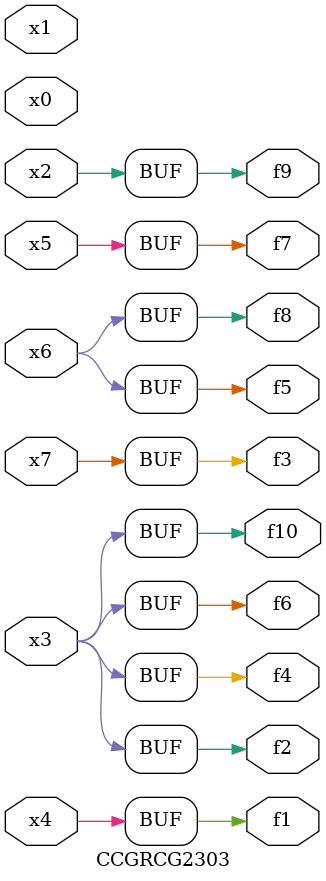
<source format=v>
module CCGRCG2303(
	input x0, x1, x2, x3, x4, x5, x6, x7,
	output f1, f2, f3, f4, f5, f6, f7, f8, f9, f10
);
	assign f1 = x4;
	assign f2 = x3;
	assign f3 = x7;
	assign f4 = x3;
	assign f5 = x6;
	assign f6 = x3;
	assign f7 = x5;
	assign f8 = x6;
	assign f9 = x2;
	assign f10 = x3;
endmodule

</source>
